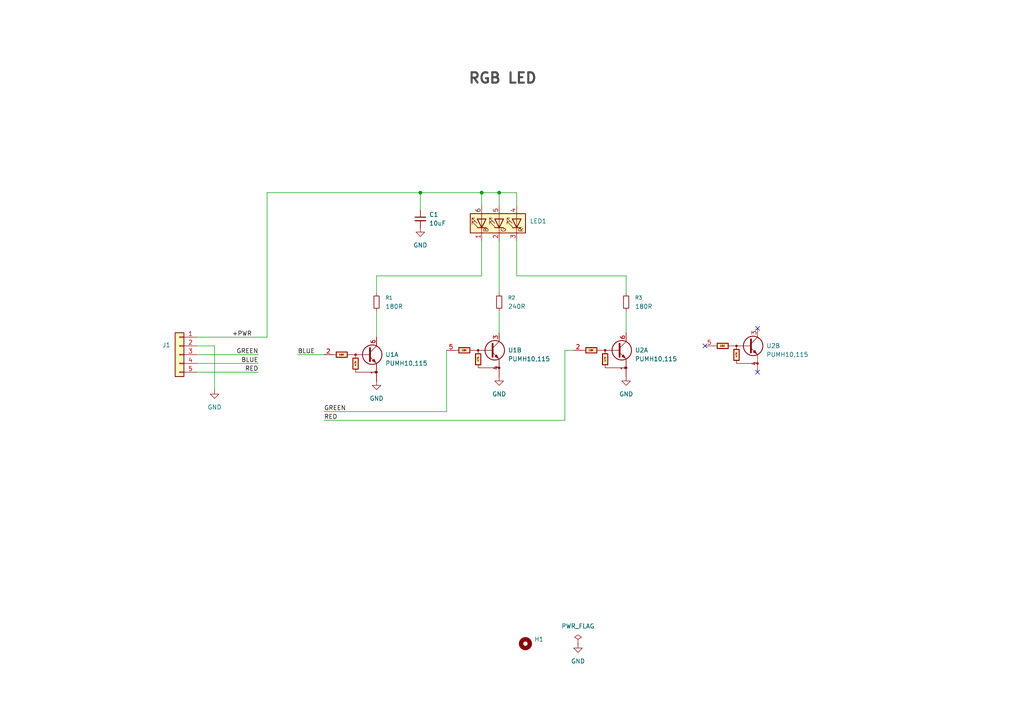
<source format=kicad_sch>
(kicad_sch (version 20250114) (generator "eeschema") (generator_version "9.0")
  (paper "A4")
  (title_block (title "RGB LED") (date "2025-07-24") (rev "1"))
  (lib_symbols
    (symbol "Connector_Generic:Conn_01x05" (pin_names (offset 1.016) (hide yes))
      (property "Reference" "J" (at 0 7.62 0))
      (property "Value" "Conn_01x05" (at 0 -7.62 0))
      (symbol "Conn_01x05_1_1"
        (rectangle (start -1.27 6.35) (end 1.27 -6.35) (stroke (width 0.254)) (fill (type background)))
        (rectangle (start -1.27 5.207) (end 0 4.953) (stroke (width 0.1524)))
        (rectangle (start -1.27 2.667) (end 0 2.413) (stroke (width 0.1524)))
        (rectangle (start -1.27 0.127) (end 0 -0.127) (stroke (width 0.1524)))
        (rectangle (start -1.27 -2.413) (end 0 -2.667) (stroke (width 0.1524)))
        (rectangle (start -1.27 -4.953) (end 0 -5.207) (stroke (width 0.1524)))
        (pin passive line (at -5.08 5.08 0) (length 3.81) (name "Pin_1") (number "1"))
        (pin passive line (at -5.08 2.54 0) (length 3.81) (name "Pin_2") (number "2"))
        (pin passive line (at -5.08 0 0) (length 3.81) (name "Pin_3") (number "3"))
        (pin passive line (at -5.08 -2.54 0) (length 3.81) (name "Pin_4") (number "4"))
        (pin passive line (at -5.08 -5.08 0) (length 3.81) (name "Pin_5") (number "5"))
      )
    )
    (symbol "Device:C_Small" (pin_numbers (hide yes)) (pin_names (offset 0.254) (hide yes))
      (property "Reference" "C" (at 0.254 1.778 0))
      (property "Value" "C_Small" (at 0.254 -2.032 0))
      (symbol "C_Small_0_1"
        (polyline (pts (xy -1.524 0.508) (xy 1.524 0.508)) (stroke (width 0.3048)))
        (polyline (pts (xy -1.524 -0.508) (xy 1.524 -0.508)) (stroke (width 0.3302)))
      )
      (symbol "C_Small_1_1"
        (pin passive line (at 0 2.54 270) (length 2.032) (name "~") (number "1"))
        (pin passive line (at 0 -2.54 90) (length 2.032) (name "~") (number "2"))
      )
    )
    (symbol "Device:R_Small" (pin_numbers (hide yes)) (pin_names (offset 0.254) (hide yes))
      (property "Reference" "R" (at 0 0 90))
      (property "Value" "R_Small" (at 1.778 0 90))
      (symbol "R_Small_0_1"
        (rectangle (start -0.762 1.778) (end 0.762 -1.778) (stroke (width 0.2032)))
      )
      (symbol "R_Small_1_1"
        (pin passive line (at 0 2.54 270) (length 0.762) (name "~") (number "1"))
        (pin passive line (at 0 -2.54 90) (length 0.762) (name "~") (number "2"))
      )
    )
    (symbol "Mechanical:MountingHole" (pin_names (offset 1.016)) (exclude_from_sim yes) (in_bom no)
      (property "Reference" "H" (at 0 5.08 0))
      (property "Value" "MountingHole" (at 0 3.175 0))
      (symbol "MountingHole_0_1"
        (circle (center 0 0) (radius 1.27) (stroke (width 1.27)))
      )
    )
    (symbol "My_Libraries:PUMH10,115"
      (property "Reference" "U" (at 0 0 0))
      (property "Value" "PUMH10,115" (at 0 0 0))
      (symbol "PUMH10,115_0_0"
        (circle (center -6.096 0) (radius 0.2736) (stroke (width 0.1524)) (fill (type outline)))
        (circle (center 0 -5.08) (radius 0.2736) (stroke (width 0.1524)) (fill (type outline)))
        (text "10K" (at -10.16 0 0) (effects (font (size 0.508 0.508))))
      )
      (symbol "PUMH10,115_0_1"
        (polyline (pts (xy -12.7 0) (xy -11.684 0)) (stroke (width 0.1524)))
        (rectangle (start -11.684 -0.762) (end -8.509 0.762) (stroke (width 0.3048)) (fill (type background)))
        (polyline (pts (xy -8.382 0) (xy -8.128 0) (xy -2.032 0)) (stroke (width 0.1524)))
        (rectangle (start -6.858 -1.016) (end -5.334 -4.191) (stroke (width 0.3048)) (fill (type background)))
        (polyline (pts (xy -6.096 -1.016) (xy -6.096 0)) (stroke (width 0.1524)))
        (polyline (pts (xy -6.096 -4.318) (xy -6.096 -5.08) (xy 0 -5.08)) (stroke (width 0.1524)))
        (polyline (pts (xy -1.905 1.905) (xy -1.905 -1.905) (xy -1.905 -1.905)) (stroke (width 0.508)))
        (polyline (pts (xy -1.905 0.635) (xy 0 2.54)))
        (polyline (pts (xy -1.905 -0.635) (xy 0 -2.54) (xy 0 -2.54)))
        (circle (center -1.27 0) (radius 2.8194) (stroke (width 0.254)))
        (polyline (pts (xy -1.27 -1.778) (xy -0.762 -1.27) (xy -0.254 -2.286) (xy -1.27 -1.778) (xy -1.27 -1.778)) (fill (type outline)))
        (text "47K" (at -6.096 -2.54 900) (effects (font (size 0.508 0.508))))
      )
      (symbol "PUMH10,115_1_1"
        (pin passive line (at -15.24 0 0) (length 2.54) (name "") (number "2"))
        (pin passive line (at 0 5.08 270) (length 2.54) (name "") (number "6"))
        (pin passive line (at 0 -7.62 90) (length 5.08) (name "") (number "1"))
      )
      (symbol "PUMH10,115_2_1"
        (pin passive line (at -15.24 0 0) (length 2.54) (name "") (number "5"))
        (pin passive line (at 0 5.08 270) (length 2.54) (name "") (number "3"))
        (pin passive line (at 0 -7.62 90) (length 5.08) (name "") (number "4"))
      )
    )
    (symbol "My_Libraries:RGB_LED_BGR" (pin_names (hide yes))
      (property "Reference" "LED" (at 0 0 0))
      (symbol "RGB_LED_BGR_0_0"
        (text "G" (at -1.905 -1.27 0) (effects (font (size 1.27 1.27))))
      )
      (symbol "RGB_LED_BGR_0_1"
        (polyline (pts (xy -1.27 6.35) (xy -1.27 3.81)) (stroke (width 0.254)))
        (polyline (pts (xy -1.27 6.35) (xy -1.27 3.81) (xy -1.27 3.81)))
        (polyline (pts (xy -1.27 5.08) (xy -2.54 5.08)))
        (polyline (pts (xy -1.27 5.08) (xy 1.27 5.08)))
        (polyline (pts (xy -1.27 1.27) (xy -1.27 -1.27)) (stroke (width 0.254)))
        (polyline (pts (xy -1.27 1.27) (xy -1.27 -1.27) (xy -1.27 -1.27)))
        (polyline (pts (xy -1.27 0) (xy -2.54 0)))
        (polyline (pts (xy -1.27 -3.81) (xy -1.27 -6.35)) (stroke (width 0.254)))
        (polyline (pts (xy -1.27 -5.08) (xy -2.54 -5.08)))
        (polyline (pts (xy -1.27 -5.08) (xy 1.27 -5.08)))
        (polyline (pts (xy -1.016 6.35) (xy 0.508 7.874) (xy -0.254 7.874) (xy 0.508 7.874) (xy 0.508 7.112)))
        (polyline (pts (xy -1.016 1.27) (xy 0.508 2.794) (xy -0.254 2.794) (xy 0.508 2.794) (xy 0.508 2.032)))
        (polyline (pts (xy -1.016 -3.81) (xy 0.508 -2.286) (xy -0.254 -2.286) (xy 0.508 -2.286) (xy 0.508 -3.048)))
        (polyline (pts (xy 0 6.35) (xy 1.524 7.874) (xy 0.762 7.874) (xy 1.524 7.874) (xy 1.524 7.112)))
        (polyline (pts (xy 0 1.27) (xy 1.524 2.794) (xy 0.762 2.794) (xy 1.524 2.794) (xy 1.524 2.032)))
        (polyline (pts (xy 0 -3.81) (xy 1.524 -2.286) (xy 0.762 -2.286) (xy 1.524 -2.286) (xy 1.524 -3.048)))
        (polyline (pts (xy 1.27 6.35) (xy 1.27 3.81) (xy -1.27 5.08) (xy 1.27 6.35)) (stroke (width 0.254)))
        (rectangle (start 1.27 6.35) (end 1.27 6.35))
        (polyline (pts (xy 1.27 5.08) (xy 2.54 5.08)))
        (rectangle (start 1.27 3.81) (end 1.27 6.35))
        (polyline (pts (xy 1.27 1.27) (xy 1.27 -1.27) (xy -1.27 0) (xy 1.27 1.27)) (stroke (width 0.254)))
        (rectangle (start 1.27 1.27) (end 1.27 1.27))
        (polyline (pts (xy 1.27 0) (xy -1.27 0)))
        (polyline (pts (xy 1.27 0) (xy 2.54 0)))
        (rectangle (start 1.27 -1.27) (end 1.27 1.27))
        (polyline (pts (xy 1.27 -3.81) (xy 1.27 -6.35) (xy -1.27 -5.08) (xy 1.27 -3.81)) (stroke (width 0.254)))
        (polyline (pts (xy 1.27 -5.08) (xy 2.54 -5.08)))
        (rectangle (start 2.794 8.382) (end -2.794 -7.62) (stroke (width 0.254)) (fill (type background)))
      )
      (symbol "RGB_LED_BGR_1_1"
        (text "B" (at -1.905 3.81 0) (effects (font (size 1.27 1.27))))
        (text "R" (at -1.905 -6.35 0) (effects (font (size 1.27 1.27))))
        (pin passive line (at -5.08 5.08 0) (length 2.54) (name "RK") (number "1"))
        (pin passive line (at -5.08 0 0) (length 2.54) (name "GK") (number "2"))
        (pin passive line (at -5.08 -5.08 0) (length 2.54) (name "BK") (number "3"))
        (pin passive line (at 5.08 5.08 180) (length 2.54) (name "RA") (number "6"))
        (pin passive line (at 5.08 0 180) (length 2.54) (name "GA") (number "5"))
        (pin passive line (at 5.08 -5.08 180) (length 2.54) (name "BA") (number "4"))
      )
    )
    (symbol "power:GND" (power) (pin_numbers (hide yes)) (pin_names (offset 0) (hide yes))
      (property "Value" "GND" (at 0 -3.81 0))
      (symbol "GND_0_1"
        (polyline (pts (xy 0 0) (xy 0 -1.27) (xy 1.27 -1.27) (xy 0 -2.54) (xy -1.27 -1.27) (xy 0 -1.27)))
      )
      (symbol "GND_1_1"
        (pin power_in line (at 0 0 270) (length 0) (name "~") (number "1"))
      )
    )
    (symbol "power:PWR_FLAG" (power) (pin_numbers (hide yes)) (pin_names (offset 0) (hide yes))
      (property "Value" "PWR_FLAG" (at 0 3.81 0))
      (symbol "PWR_FLAG_0_0"
        (pin power_out line (at 0 0 90) (length 0) (name "~") (number "1"))
      )
      (symbol "PWR_FLAG_0_1"
        (polyline (pts (xy 0 0) (xy 0 1.27) (xy -1.016 1.905) (xy 0 2.54) (xy 1.016 1.905) (xy 0 1.27)))
      )
    )
  )
  (text "RGB LED" (at 145.796 22.86 0) (effects (font (size 3 3) (thickness 0.6) (bold yes))))
  (junction (at 139.7 55.88))
  (junction (at 144.78 55.88))
  (junction (at 121.92 55.88))
  (no_connect (at 219.71 95.25))
  (no_connect (at 204.47 100.33))
  (no_connect (at 219.71 107.95))
  (wire (pts (xy 86.36 102.87) (xy 93.98 102.87)))
  (wire (pts (xy 139.7 55.88) (xy 144.78 55.88)))
  (wire (pts (xy 129.54 101.6) (xy 129.54 119.38)))
  (wire (pts (xy 144.78 69.85) (xy 144.78 85.09)))
  (wire (pts (xy 163.83 101.6) (xy 163.83 121.92)))
  (wire (pts (xy 121.92 55.88) (xy 121.92 60.96)))
  (wire (pts (xy 109.22 80.01) (xy 139.7 80.01)))
  (wire (pts (xy 57.15 102.87) (xy 74.93 102.87)))
  (wire (pts (xy 109.22 90.17) (xy 109.22 97.79)))
  (wire (pts (xy 181.61 85.09) (xy 181.61 80.01)))
  (wire (pts (xy 62.23 100.33) (xy 57.15 100.33)))
  (wire (pts (xy 77.47 97.79) (xy 77.47 55.88)))
  (wire (pts (xy 93.98 119.38) (xy 129.54 119.38)))
  (wire (pts (xy 57.15 97.79) (xy 77.47 97.79)))
  (wire (pts (xy 144.78 59.69) (xy 144.78 55.88)))
  (wire (pts (xy 109.22 85.09) (xy 109.22 80.01)))
  (wire (pts (xy 149.86 59.69) (xy 149.86 55.88)))
  (wire (pts (xy 77.47 55.88) (xy 121.92 55.88)))
  (wire (pts (xy 139.7 80.01) (xy 139.7 69.85)))
  (wire (pts (xy 149.86 80.01) (xy 149.86 69.85)))
  (wire (pts (xy 62.23 113.03) (xy 62.23 100.33)))
  (wire (pts (xy 121.92 55.88) (xy 139.7 55.88)))
  (wire (pts (xy 57.15 105.41) (xy 74.93 105.41)))
  (wire (pts (xy 144.78 90.17) (xy 144.78 96.52)))
  (wire (pts (xy 93.98 121.92) (xy 163.83 121.92)))
  (wire (pts (xy 149.86 55.88) (xy 144.78 55.88)))
  (wire (pts (xy 166.37 101.6) (xy 163.83 101.6)))
  (wire (pts (xy 57.15 107.95) (xy 74.93 107.95)))
  (wire (pts (xy 139.7 59.69) (xy 139.7 55.88)))
  (wire (pts (xy 181.61 80.01) (xy 149.86 80.01)))
  (wire (pts (xy 181.61 90.17) (xy 181.61 96.52)))
  (label "BLUE" (at 74.93 105.41 180))
  (label "BLUE" (at 86.36 102.87 0))
  (label "RED" (at 93.98 121.92 0))
  (label "RED" (at 74.93 107.95 180))
  (label "GREEN" (at 93.98 119.38 0))
  (label "GREEN" (at 74.93 102.87 180))
  (label "+PWR" (at 67.31 97.79 0))
  (symbol (lib_id "power:GND") (at 62.23 113.03 0) (unit 1)
    (property "Reference" "#PWR05" (effects (hide yes)))
    (property "Value" "GND" (at 62.23 118.11 0))
    (property "Description" "Power symbol creates a global label with name \"GND\" , ground" (effects (hide yes)))
  )
  (symbol (lib_id "power:GND") (at 181.61 109.22 0) (unit 1)
    (property "Reference" "#PWR04" (effects (hide yes)))
    (property "Value" "GND" (at 181.61 114.3 0))
    (property "Description" "Power symbol creates a global label with name \"GND\" , ground" (effects (hide yes)))
  )
  (symbol (lib_id "power:GND") (at 144.78 109.22 0) (unit 1)
    (property "Reference" "#PWR02" (effects (hide yes)))
    (property "Value" "GND" (at 144.78 114.3 0))
    (property "Description" "Power symbol creates a global label with name \"GND\" , ground" (effects (hide yes)))
  )
  (symbol (lib_id "Device:C_Small") (at 121.92 63.5 0) (unit 1)
    (property "Reference" "C1" (at 124.46 62.2362 0) (effects (justify left)))
    (property "Value" "10uF" (at 124.46 64.7762 0) (effects (justify left)))
    (property "Footprint" "Capacitor_SMD:C_0805_2012Metric" (effects (hide yes)))
    (property "Description" "Unpolarized capacitor, small symbol" (effects (hide yes)))
  )
  (symbol (lib_id "My_Libraries:PUMH10,115") (at 109.22 102.87 0) (unit 1)
    (property "Reference" "U1" (at 111.76 102.8416 0) (effects (justify left)))
    (property "Value" "PUMH10,115" (at 111.76 105.3816 0) (effects (justify left)))
    (property "Footprint" "Package_TO_SOT_SMD:SOT-363_SC-70-6" (effects (hide yes)))
    (property "Datasheet" "https://assets.nexperia.com/documents/data-sheet/PUMH10.pdf" (effects (hide yes)))
    (property "Description" "Dual NPN Transistor with internal resistors SOT-363" (effects (hide yes)))
  )
  (symbol (lib_id "power:GND") (at 121.92 66.04 0) (unit 1)
    (property "Reference" "#PWR01" (effects (hide yes)))
    (property "Value" "GND" (at 121.92 71.12 0))
    (property "Description" "Power symbol creates a global label with name \"GND\" , ground" (effects (hide yes)))
  )
  (symbol (lib_id "Device:R_Small") (at 109.22 87.63 0) (unit 1)
    (property "Reference" "R1" (at 111.76 86.3599 0) (effects (font (size 1.016 1.016)) (justify left)))
    (property "Value" "180R" (at 111.76 88.8999 0) (effects (justify left)))
    (property "Footprint" "Resistor_SMD:R_0805_2012Metric" (effects (hide yes)))
    (property "Description" "Resistor, small symbol" (effects (hide yes)))
  )
  (symbol (lib_id "power:GND") (at 167.64 186.69 0) (unit 1)
    (property "Reference" "#PWR06" (effects (hide yes)))
    (property "Value" "GND" (at 167.64 191.77 0))
    (property "Description" "Power symbol creates a global label with name \"GND\" , ground" (effects (hide yes)))
  )
  (symbol (lib_id "My_Libraries:PUMH10,115") (at 181.61 101.6 0) (unit 1)
    (property "Reference" "U2" (at 184.15 101.5716 0) (effects (justify left)))
    (property "Value" "PUMH10,115" (at 184.15 104.1116 0) (effects (justify left)))
    (property "Footprint" "Package_TO_SOT_SMD:SOT-363_SC-70-6" (effects (hide yes)))
    (property "Datasheet" "https://assets.nexperia.com/documents/data-sheet/PUMH10.pdf" (effects (hide yes)))
    (property "Description" "Dual NPN Transistor with internal resistors SOT-363" (effects (hide yes)))
  )
  (symbol (lib_id "Device:R_Small") (at 181.61 87.63 0) (unit 1)
    (property "Reference" "R3" (at 184.15 86.3599 0) (effects (font (size 1.016 1.016)) (justify left)))
    (property "Value" "180R" (at 184.15 88.8999 0) (effects (justify left)))
    (property "Footprint" "Resistor_SMD:R_0805_2012Metric" (effects (hide yes)))
    (property "Description" "Resistor, small symbol" (effects (hide yes)))
  )
  (symbol (lib_id "power:PWR_FLAG") (at 167.64 186.69 0) (unit 1)
    (property "Reference" "#FLG01" (effects (hide yes)))
    (property "Value" "PWR_FLAG" (at 167.64 181.61 0))
    (property "Description" "Special symbol for telling ERC where power comes from" (effects (hide yes)))
  )
  (symbol (lib_id "Mechanical:MountingHole") (at 152.4 186.69 0) (unit 1) (exclude_from_sim yes) (in_bom no)
    (property "Reference" "H1" (at 154.94 185.4199 0) (effects (justify left)))
    (property "Value" "MountingHole" (effects (hide yes)))
    (property "Footprint" "MountingHole:MountingHole_3.2mm_M3" (effects (hide yes)))
    (property "Description" "Mounting Hole without connection" (effects (hide yes)))
  )
  (symbol (lib_id "My_Libraries:RGB_LED_BGR") (at 144.78 64.77 90) (unit 1)
    (property "Reference" "LED1" (at 153.67 64.1349 90) (effects (justify right)))
    (property "Value" "CLX6F-FKC-CKNNQDGBB7A363" (effects (hide yes)))
    (property "Footprint" "My_Footprints:CLX6F-FKC-CKNNQDGBB7A363" (effects (hide yes)))
    (property "Description" "RGB LED Separate 6 pins" (effects (hide yes)))
  )
  (symbol (lib_id "Connector_Generic:Conn_01x05") (at 52.07 102.87 0) (mirror y) (unit 1)
    (property "Reference" "J1" (at 48.26 100.076 0))
    (property "Value" "Conn_01x05" (effects (hide yes)))
    (property "Footprint" "Connector_JST:JST_ZH_B5B-ZR_1x05_P1.50mm_Vertical" (effects (hide yes)))
    (property "Description" "Generic connector, single row, 01x05, script generated (kicad-library-utils/schlib/autogen/connector/)" (effects (hide yes)))
  )
  (symbol (lib_id "My_Libraries:PUMH10,115") (at 219.71 100.33 0) (unit 2)
    (property "Reference" "U2" (at 222.25 100.3016 0) (effects (justify left)))
    (property "Value" "PUMH10,115" (at 222.25 102.8416 0) (effects (justify left)))
    (property "Footprint" "Package_TO_SOT_SMD:SOT-363_SC-70-6" (effects (hide yes)))
    (property "Datasheet" "https://assets.nexperia.com/documents/data-sheet/PUMH10.pdf" (effects (hide yes)))
    (property "Description" "Dual NPN Transistor with internal resistors SOT-363" (effects (hide yes)))
  )
  (symbol (lib_id "My_Libraries:PUMH10,115") (at 144.78 101.6 0) (unit 2)
    (property "Reference" "U1" (at 147.32 101.5716 0) (effects (justify left)))
    (property "Value" "PUMH10,115" (at 147.32 104.1116 0) (effects (justify left)))
    (property "Footprint" "Package_TO_SOT_SMD:SOT-363_SC-70-6" (effects (hide yes)))
    (property "Datasheet" "https://assets.nexperia.com/documents/data-sheet/PUMH10.pdf" (effects (hide yes)))
    (property "Description" "Dual NPN Transistor with internal resistors SOT-363" (effects (hide yes)))
  )
  (symbol (lib_id "Device:R_Small") (at 144.78 87.63 0) (unit 1)
    (property "Reference" "R2" (at 147.32 86.3599 0) (effects (font (size 1.016 1.016)) (justify left)))
    (property "Value" "240R" (at 147.32 88.8999 0) (effects (justify left)))
    (property "Footprint" "Resistor_SMD:R_0805_2012Metric" (effects (hide yes)))
    (property "Description" "Resistor, small symbol" (effects (hide yes)))
  )
  (symbol (lib_id "power:GND") (at 109.22 110.49 0) (unit 1)
    (property "Reference" "#PWR03" (effects (hide yes)))
    (property "Value" "GND" (at 109.22 115.57 0))
    (property "Description" "Power symbol creates a global label with name \"GND\" , ground" (effects (hide yes)))
  )
)
</source>
